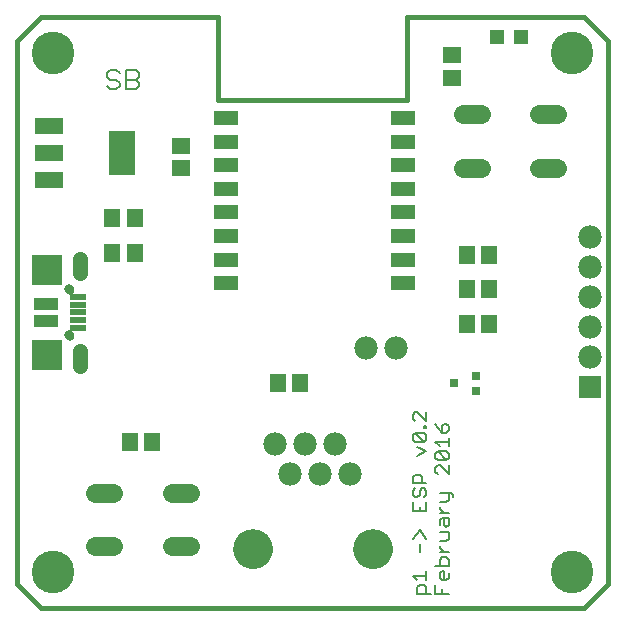
<source format=gts>
G75*
%MOIN*%
%OFA0B0*%
%FSLAX25Y25*%
%IPPOS*%
%LPD*%
%AMOC8*
5,1,8,0,0,1.08239X$1,22.5*
%
%ADD10C,0.01600*%
%ADD11C,0.00600*%
%ADD12R,0.05518X0.06306*%
%ADD13R,0.05124X0.05124*%
%ADD14C,0.07800*%
%ADD15C,0.00000*%
%ADD16C,0.13200*%
%ADD17R,0.06306X0.05518*%
%ADD18C,0.06400*%
%ADD19C,0.14243*%
%ADD20R,0.09200X0.05200*%
%ADD21R,0.09061X0.14573*%
%ADD22R,0.08274X0.05124*%
%ADD23R,0.05709X0.01969*%
%ADD24R,0.08274X0.04337*%
%ADD25C,0.05156*%
%ADD26R,0.10243X0.10243*%
%ADD27C,0.03156*%
%ADD28R,0.07800X0.07800*%
%ADD29R,0.03156X0.03156*%
D10*
X0011093Y0013715D02*
X0192195Y0013715D01*
X0200069Y0021589D01*
X0200069Y0202691D01*
X0192195Y0210565D01*
X0133140Y0210565D01*
X0133140Y0183006D01*
X0070148Y0183006D01*
X0070148Y0210565D01*
X0011093Y0210565D01*
X0003219Y0202691D01*
X0003219Y0021589D01*
X0011093Y0013715D01*
D11*
X0135109Y0024418D02*
X0136577Y0022950D01*
X0137311Y0021282D02*
X0136577Y0020548D01*
X0136577Y0018346D01*
X0140981Y0018346D01*
X0139513Y0018346D02*
X0139513Y0020548D01*
X0138779Y0021282D01*
X0137311Y0021282D01*
X0139513Y0022950D02*
X0139513Y0025885D01*
X0139513Y0024418D02*
X0135109Y0024418D01*
X0142609Y0027554D02*
X0147013Y0027554D01*
X0147013Y0029755D01*
X0146279Y0030489D01*
X0144811Y0030489D01*
X0144077Y0029755D01*
X0144077Y0027554D01*
X0144811Y0025885D02*
X0145545Y0025885D01*
X0145545Y0022950D01*
X0146279Y0022950D02*
X0144811Y0022950D01*
X0144077Y0023684D01*
X0144077Y0025151D01*
X0144811Y0025885D01*
X0147013Y0025151D02*
X0147013Y0023684D01*
X0146279Y0022950D01*
X0144811Y0019814D02*
X0144811Y0018346D01*
X0142609Y0018346D02*
X0142609Y0021282D01*
X0142609Y0018346D02*
X0147013Y0018346D01*
X0147013Y0032157D02*
X0144077Y0032157D01*
X0145545Y0032157D02*
X0144077Y0033625D01*
X0144077Y0034359D01*
X0144077Y0035994D02*
X0146279Y0035994D01*
X0147013Y0036728D01*
X0147013Y0038930D01*
X0144077Y0038930D01*
X0144077Y0041332D02*
X0144077Y0042800D01*
X0144811Y0043534D01*
X0147013Y0043534D01*
X0147013Y0041332D01*
X0146279Y0040598D01*
X0145545Y0041332D01*
X0145545Y0043534D01*
X0145545Y0045202D02*
X0144077Y0046670D01*
X0144077Y0047404D01*
X0144077Y0049038D02*
X0146279Y0049038D01*
X0147013Y0049772D01*
X0147013Y0051974D01*
X0147747Y0051974D02*
X0144077Y0051974D01*
X0147747Y0051974D02*
X0148481Y0051240D01*
X0148481Y0050506D01*
X0147013Y0045202D02*
X0144077Y0045202D01*
X0139513Y0045969D02*
X0139513Y0048905D01*
X0138779Y0050573D02*
X0139513Y0051307D01*
X0139513Y0052775D01*
X0138779Y0053509D01*
X0138045Y0053509D01*
X0137311Y0052775D01*
X0137311Y0051307D01*
X0136577Y0050573D01*
X0135843Y0050573D01*
X0135109Y0051307D01*
X0135109Y0052775D01*
X0135843Y0053509D01*
X0135109Y0055177D02*
X0135109Y0057379D01*
X0135843Y0058113D01*
X0137311Y0058113D01*
X0138045Y0057379D01*
X0138045Y0055177D01*
X0139513Y0055177D02*
X0135109Y0055177D01*
X0135109Y0048905D02*
X0135109Y0045969D01*
X0139513Y0045969D01*
X0137311Y0045969D02*
X0137311Y0047437D01*
X0137311Y0039697D02*
X0139513Y0036761D01*
X0137311Y0035093D02*
X0137311Y0032157D01*
X0135109Y0036761D02*
X0137311Y0039697D01*
X0143343Y0058246D02*
X0142609Y0058980D01*
X0142609Y0060448D01*
X0143343Y0061182D01*
X0144077Y0061182D01*
X0147013Y0058246D01*
X0147013Y0061182D01*
X0146279Y0062850D02*
X0143343Y0062850D01*
X0142609Y0063584D01*
X0142609Y0065052D01*
X0143343Y0065786D01*
X0146279Y0062850D01*
X0147013Y0063584D01*
X0147013Y0065052D01*
X0146279Y0065786D01*
X0143343Y0065786D01*
X0144077Y0067454D02*
X0142609Y0068922D01*
X0147013Y0068922D01*
X0147013Y0067454D02*
X0147013Y0070390D01*
X0146279Y0072058D02*
X0147013Y0072792D01*
X0147013Y0074260D01*
X0146279Y0074994D01*
X0145545Y0074994D01*
X0144811Y0074260D01*
X0144811Y0072058D01*
X0146279Y0072058D01*
X0144811Y0072058D02*
X0143343Y0073526D01*
X0142609Y0074994D01*
X0139513Y0074327D02*
X0139513Y0073593D01*
X0138779Y0073593D01*
X0138779Y0074327D01*
X0139513Y0074327D01*
X0139513Y0075895D02*
X0136577Y0078831D01*
X0135843Y0078831D01*
X0135109Y0078097D01*
X0135109Y0076629D01*
X0135843Y0075895D01*
X0139513Y0075895D02*
X0139513Y0078831D01*
X0138779Y0071925D02*
X0135843Y0071925D01*
X0138779Y0068989D01*
X0139513Y0069723D01*
X0139513Y0071191D01*
X0138779Y0071925D01*
X0135843Y0071925D02*
X0135109Y0071191D01*
X0135109Y0069723D01*
X0135843Y0068989D01*
X0138779Y0068989D01*
X0136577Y0067321D02*
X0139513Y0065853D01*
X0136577Y0064385D01*
X0042694Y0186456D02*
X0039492Y0186456D01*
X0039492Y0192861D01*
X0042694Y0192861D01*
X0043762Y0191794D01*
X0043762Y0190726D01*
X0042694Y0189659D01*
X0039492Y0189659D01*
X0037316Y0188591D02*
X0037316Y0187523D01*
X0036249Y0186456D01*
X0034114Y0186456D01*
X0033046Y0187523D01*
X0034114Y0189659D02*
X0036249Y0189659D01*
X0037316Y0188591D01*
X0037316Y0191794D02*
X0036249Y0192861D01*
X0034114Y0192861D01*
X0033046Y0191794D01*
X0033046Y0190726D01*
X0034114Y0189659D01*
X0042694Y0189659D02*
X0043762Y0188591D01*
X0043762Y0187523D01*
X0042694Y0186456D01*
D12*
X0042392Y0143636D03*
X0034911Y0143636D03*
X0034911Y0131825D03*
X0042392Y0131825D03*
X0090030Y0088518D03*
X0097510Y0088518D03*
X0048258Y0068794D03*
X0040778Y0068794D03*
X0153022Y0108203D03*
X0160502Y0108203D03*
X0160502Y0120014D03*
X0153022Y0120014D03*
X0153022Y0131431D03*
X0160502Y0131431D03*
D13*
X0162982Y0204109D03*
X0171250Y0204109D03*
D14*
X0194163Y0137140D03*
X0194163Y0127140D03*
X0194163Y0117140D03*
X0194163Y0107140D03*
X0194163Y0097140D03*
X0129360Y0100329D03*
X0119360Y0100329D03*
X0109144Y0068400D03*
X0099144Y0068400D03*
X0089144Y0068400D03*
X0094144Y0058400D03*
X0104144Y0058400D03*
X0114144Y0058400D03*
D15*
X0115244Y0033400D02*
X0115246Y0033560D01*
X0115252Y0033719D01*
X0115262Y0033878D01*
X0115276Y0034037D01*
X0115294Y0034196D01*
X0115315Y0034354D01*
X0115341Y0034511D01*
X0115371Y0034668D01*
X0115404Y0034824D01*
X0115442Y0034979D01*
X0115483Y0035133D01*
X0115528Y0035286D01*
X0115577Y0035438D01*
X0115630Y0035589D01*
X0115686Y0035738D01*
X0115747Y0035886D01*
X0115810Y0036032D01*
X0115878Y0036177D01*
X0115949Y0036320D01*
X0116023Y0036461D01*
X0116101Y0036600D01*
X0116183Y0036737D01*
X0116268Y0036872D01*
X0116356Y0037005D01*
X0116448Y0037136D01*
X0116542Y0037264D01*
X0116640Y0037390D01*
X0116741Y0037514D01*
X0116845Y0037635D01*
X0116952Y0037753D01*
X0117062Y0037869D01*
X0117175Y0037982D01*
X0117291Y0038092D01*
X0117409Y0038199D01*
X0117530Y0038303D01*
X0117654Y0038404D01*
X0117780Y0038502D01*
X0117908Y0038596D01*
X0118039Y0038688D01*
X0118172Y0038776D01*
X0118307Y0038861D01*
X0118444Y0038943D01*
X0118583Y0039021D01*
X0118724Y0039095D01*
X0118867Y0039166D01*
X0119012Y0039234D01*
X0119158Y0039297D01*
X0119306Y0039358D01*
X0119455Y0039414D01*
X0119606Y0039467D01*
X0119758Y0039516D01*
X0119911Y0039561D01*
X0120065Y0039602D01*
X0120220Y0039640D01*
X0120376Y0039673D01*
X0120533Y0039703D01*
X0120690Y0039729D01*
X0120848Y0039750D01*
X0121007Y0039768D01*
X0121166Y0039782D01*
X0121325Y0039792D01*
X0121484Y0039798D01*
X0121644Y0039800D01*
X0121804Y0039798D01*
X0121963Y0039792D01*
X0122122Y0039782D01*
X0122281Y0039768D01*
X0122440Y0039750D01*
X0122598Y0039729D01*
X0122755Y0039703D01*
X0122912Y0039673D01*
X0123068Y0039640D01*
X0123223Y0039602D01*
X0123377Y0039561D01*
X0123530Y0039516D01*
X0123682Y0039467D01*
X0123833Y0039414D01*
X0123982Y0039358D01*
X0124130Y0039297D01*
X0124276Y0039234D01*
X0124421Y0039166D01*
X0124564Y0039095D01*
X0124705Y0039021D01*
X0124844Y0038943D01*
X0124981Y0038861D01*
X0125116Y0038776D01*
X0125249Y0038688D01*
X0125380Y0038596D01*
X0125508Y0038502D01*
X0125634Y0038404D01*
X0125758Y0038303D01*
X0125879Y0038199D01*
X0125997Y0038092D01*
X0126113Y0037982D01*
X0126226Y0037869D01*
X0126336Y0037753D01*
X0126443Y0037635D01*
X0126547Y0037514D01*
X0126648Y0037390D01*
X0126746Y0037264D01*
X0126840Y0037136D01*
X0126932Y0037005D01*
X0127020Y0036872D01*
X0127105Y0036737D01*
X0127187Y0036600D01*
X0127265Y0036461D01*
X0127339Y0036320D01*
X0127410Y0036177D01*
X0127478Y0036032D01*
X0127541Y0035886D01*
X0127602Y0035738D01*
X0127658Y0035589D01*
X0127711Y0035438D01*
X0127760Y0035286D01*
X0127805Y0035133D01*
X0127846Y0034979D01*
X0127884Y0034824D01*
X0127917Y0034668D01*
X0127947Y0034511D01*
X0127973Y0034354D01*
X0127994Y0034196D01*
X0128012Y0034037D01*
X0128026Y0033878D01*
X0128036Y0033719D01*
X0128042Y0033560D01*
X0128044Y0033400D01*
X0128042Y0033240D01*
X0128036Y0033081D01*
X0128026Y0032922D01*
X0128012Y0032763D01*
X0127994Y0032604D01*
X0127973Y0032446D01*
X0127947Y0032289D01*
X0127917Y0032132D01*
X0127884Y0031976D01*
X0127846Y0031821D01*
X0127805Y0031667D01*
X0127760Y0031514D01*
X0127711Y0031362D01*
X0127658Y0031211D01*
X0127602Y0031062D01*
X0127541Y0030914D01*
X0127478Y0030768D01*
X0127410Y0030623D01*
X0127339Y0030480D01*
X0127265Y0030339D01*
X0127187Y0030200D01*
X0127105Y0030063D01*
X0127020Y0029928D01*
X0126932Y0029795D01*
X0126840Y0029664D01*
X0126746Y0029536D01*
X0126648Y0029410D01*
X0126547Y0029286D01*
X0126443Y0029165D01*
X0126336Y0029047D01*
X0126226Y0028931D01*
X0126113Y0028818D01*
X0125997Y0028708D01*
X0125879Y0028601D01*
X0125758Y0028497D01*
X0125634Y0028396D01*
X0125508Y0028298D01*
X0125380Y0028204D01*
X0125249Y0028112D01*
X0125116Y0028024D01*
X0124981Y0027939D01*
X0124844Y0027857D01*
X0124705Y0027779D01*
X0124564Y0027705D01*
X0124421Y0027634D01*
X0124276Y0027566D01*
X0124130Y0027503D01*
X0123982Y0027442D01*
X0123833Y0027386D01*
X0123682Y0027333D01*
X0123530Y0027284D01*
X0123377Y0027239D01*
X0123223Y0027198D01*
X0123068Y0027160D01*
X0122912Y0027127D01*
X0122755Y0027097D01*
X0122598Y0027071D01*
X0122440Y0027050D01*
X0122281Y0027032D01*
X0122122Y0027018D01*
X0121963Y0027008D01*
X0121804Y0027002D01*
X0121644Y0027000D01*
X0121484Y0027002D01*
X0121325Y0027008D01*
X0121166Y0027018D01*
X0121007Y0027032D01*
X0120848Y0027050D01*
X0120690Y0027071D01*
X0120533Y0027097D01*
X0120376Y0027127D01*
X0120220Y0027160D01*
X0120065Y0027198D01*
X0119911Y0027239D01*
X0119758Y0027284D01*
X0119606Y0027333D01*
X0119455Y0027386D01*
X0119306Y0027442D01*
X0119158Y0027503D01*
X0119012Y0027566D01*
X0118867Y0027634D01*
X0118724Y0027705D01*
X0118583Y0027779D01*
X0118444Y0027857D01*
X0118307Y0027939D01*
X0118172Y0028024D01*
X0118039Y0028112D01*
X0117908Y0028204D01*
X0117780Y0028298D01*
X0117654Y0028396D01*
X0117530Y0028497D01*
X0117409Y0028601D01*
X0117291Y0028708D01*
X0117175Y0028818D01*
X0117062Y0028931D01*
X0116952Y0029047D01*
X0116845Y0029165D01*
X0116741Y0029286D01*
X0116640Y0029410D01*
X0116542Y0029536D01*
X0116448Y0029664D01*
X0116356Y0029795D01*
X0116268Y0029928D01*
X0116183Y0030063D01*
X0116101Y0030200D01*
X0116023Y0030339D01*
X0115949Y0030480D01*
X0115878Y0030623D01*
X0115810Y0030768D01*
X0115747Y0030914D01*
X0115686Y0031062D01*
X0115630Y0031211D01*
X0115577Y0031362D01*
X0115528Y0031514D01*
X0115483Y0031667D01*
X0115442Y0031821D01*
X0115404Y0031976D01*
X0115371Y0032132D01*
X0115341Y0032289D01*
X0115315Y0032446D01*
X0115294Y0032604D01*
X0115276Y0032763D01*
X0115262Y0032922D01*
X0115252Y0033081D01*
X0115246Y0033240D01*
X0115244Y0033400D01*
X0075244Y0033400D02*
X0075246Y0033560D01*
X0075252Y0033719D01*
X0075262Y0033878D01*
X0075276Y0034037D01*
X0075294Y0034196D01*
X0075315Y0034354D01*
X0075341Y0034511D01*
X0075371Y0034668D01*
X0075404Y0034824D01*
X0075442Y0034979D01*
X0075483Y0035133D01*
X0075528Y0035286D01*
X0075577Y0035438D01*
X0075630Y0035589D01*
X0075686Y0035738D01*
X0075747Y0035886D01*
X0075810Y0036032D01*
X0075878Y0036177D01*
X0075949Y0036320D01*
X0076023Y0036461D01*
X0076101Y0036600D01*
X0076183Y0036737D01*
X0076268Y0036872D01*
X0076356Y0037005D01*
X0076448Y0037136D01*
X0076542Y0037264D01*
X0076640Y0037390D01*
X0076741Y0037514D01*
X0076845Y0037635D01*
X0076952Y0037753D01*
X0077062Y0037869D01*
X0077175Y0037982D01*
X0077291Y0038092D01*
X0077409Y0038199D01*
X0077530Y0038303D01*
X0077654Y0038404D01*
X0077780Y0038502D01*
X0077908Y0038596D01*
X0078039Y0038688D01*
X0078172Y0038776D01*
X0078307Y0038861D01*
X0078444Y0038943D01*
X0078583Y0039021D01*
X0078724Y0039095D01*
X0078867Y0039166D01*
X0079012Y0039234D01*
X0079158Y0039297D01*
X0079306Y0039358D01*
X0079455Y0039414D01*
X0079606Y0039467D01*
X0079758Y0039516D01*
X0079911Y0039561D01*
X0080065Y0039602D01*
X0080220Y0039640D01*
X0080376Y0039673D01*
X0080533Y0039703D01*
X0080690Y0039729D01*
X0080848Y0039750D01*
X0081007Y0039768D01*
X0081166Y0039782D01*
X0081325Y0039792D01*
X0081484Y0039798D01*
X0081644Y0039800D01*
X0081804Y0039798D01*
X0081963Y0039792D01*
X0082122Y0039782D01*
X0082281Y0039768D01*
X0082440Y0039750D01*
X0082598Y0039729D01*
X0082755Y0039703D01*
X0082912Y0039673D01*
X0083068Y0039640D01*
X0083223Y0039602D01*
X0083377Y0039561D01*
X0083530Y0039516D01*
X0083682Y0039467D01*
X0083833Y0039414D01*
X0083982Y0039358D01*
X0084130Y0039297D01*
X0084276Y0039234D01*
X0084421Y0039166D01*
X0084564Y0039095D01*
X0084705Y0039021D01*
X0084844Y0038943D01*
X0084981Y0038861D01*
X0085116Y0038776D01*
X0085249Y0038688D01*
X0085380Y0038596D01*
X0085508Y0038502D01*
X0085634Y0038404D01*
X0085758Y0038303D01*
X0085879Y0038199D01*
X0085997Y0038092D01*
X0086113Y0037982D01*
X0086226Y0037869D01*
X0086336Y0037753D01*
X0086443Y0037635D01*
X0086547Y0037514D01*
X0086648Y0037390D01*
X0086746Y0037264D01*
X0086840Y0037136D01*
X0086932Y0037005D01*
X0087020Y0036872D01*
X0087105Y0036737D01*
X0087187Y0036600D01*
X0087265Y0036461D01*
X0087339Y0036320D01*
X0087410Y0036177D01*
X0087478Y0036032D01*
X0087541Y0035886D01*
X0087602Y0035738D01*
X0087658Y0035589D01*
X0087711Y0035438D01*
X0087760Y0035286D01*
X0087805Y0035133D01*
X0087846Y0034979D01*
X0087884Y0034824D01*
X0087917Y0034668D01*
X0087947Y0034511D01*
X0087973Y0034354D01*
X0087994Y0034196D01*
X0088012Y0034037D01*
X0088026Y0033878D01*
X0088036Y0033719D01*
X0088042Y0033560D01*
X0088044Y0033400D01*
X0088042Y0033240D01*
X0088036Y0033081D01*
X0088026Y0032922D01*
X0088012Y0032763D01*
X0087994Y0032604D01*
X0087973Y0032446D01*
X0087947Y0032289D01*
X0087917Y0032132D01*
X0087884Y0031976D01*
X0087846Y0031821D01*
X0087805Y0031667D01*
X0087760Y0031514D01*
X0087711Y0031362D01*
X0087658Y0031211D01*
X0087602Y0031062D01*
X0087541Y0030914D01*
X0087478Y0030768D01*
X0087410Y0030623D01*
X0087339Y0030480D01*
X0087265Y0030339D01*
X0087187Y0030200D01*
X0087105Y0030063D01*
X0087020Y0029928D01*
X0086932Y0029795D01*
X0086840Y0029664D01*
X0086746Y0029536D01*
X0086648Y0029410D01*
X0086547Y0029286D01*
X0086443Y0029165D01*
X0086336Y0029047D01*
X0086226Y0028931D01*
X0086113Y0028818D01*
X0085997Y0028708D01*
X0085879Y0028601D01*
X0085758Y0028497D01*
X0085634Y0028396D01*
X0085508Y0028298D01*
X0085380Y0028204D01*
X0085249Y0028112D01*
X0085116Y0028024D01*
X0084981Y0027939D01*
X0084844Y0027857D01*
X0084705Y0027779D01*
X0084564Y0027705D01*
X0084421Y0027634D01*
X0084276Y0027566D01*
X0084130Y0027503D01*
X0083982Y0027442D01*
X0083833Y0027386D01*
X0083682Y0027333D01*
X0083530Y0027284D01*
X0083377Y0027239D01*
X0083223Y0027198D01*
X0083068Y0027160D01*
X0082912Y0027127D01*
X0082755Y0027097D01*
X0082598Y0027071D01*
X0082440Y0027050D01*
X0082281Y0027032D01*
X0082122Y0027018D01*
X0081963Y0027008D01*
X0081804Y0027002D01*
X0081644Y0027000D01*
X0081484Y0027002D01*
X0081325Y0027008D01*
X0081166Y0027018D01*
X0081007Y0027032D01*
X0080848Y0027050D01*
X0080690Y0027071D01*
X0080533Y0027097D01*
X0080376Y0027127D01*
X0080220Y0027160D01*
X0080065Y0027198D01*
X0079911Y0027239D01*
X0079758Y0027284D01*
X0079606Y0027333D01*
X0079455Y0027386D01*
X0079306Y0027442D01*
X0079158Y0027503D01*
X0079012Y0027566D01*
X0078867Y0027634D01*
X0078724Y0027705D01*
X0078583Y0027779D01*
X0078444Y0027857D01*
X0078307Y0027939D01*
X0078172Y0028024D01*
X0078039Y0028112D01*
X0077908Y0028204D01*
X0077780Y0028298D01*
X0077654Y0028396D01*
X0077530Y0028497D01*
X0077409Y0028601D01*
X0077291Y0028708D01*
X0077175Y0028818D01*
X0077062Y0028931D01*
X0076952Y0029047D01*
X0076845Y0029165D01*
X0076741Y0029286D01*
X0076640Y0029410D01*
X0076542Y0029536D01*
X0076448Y0029664D01*
X0076356Y0029795D01*
X0076268Y0029928D01*
X0076183Y0030063D01*
X0076101Y0030200D01*
X0076023Y0030339D01*
X0075949Y0030480D01*
X0075878Y0030623D01*
X0075810Y0030768D01*
X0075747Y0030914D01*
X0075686Y0031062D01*
X0075630Y0031211D01*
X0075577Y0031362D01*
X0075528Y0031514D01*
X0075483Y0031667D01*
X0075442Y0031821D01*
X0075404Y0031976D01*
X0075371Y0032132D01*
X0075341Y0032289D01*
X0075315Y0032446D01*
X0075294Y0032604D01*
X0075276Y0032763D01*
X0075262Y0032922D01*
X0075252Y0033081D01*
X0075246Y0033240D01*
X0075244Y0033400D01*
X0014242Y0096786D02*
X0011880Y0096786D01*
X0011814Y0096794D01*
X0011750Y0096806D01*
X0011686Y0096822D01*
X0011623Y0096841D01*
X0011562Y0096865D01*
X0011502Y0096892D01*
X0011444Y0096922D01*
X0011388Y0096956D01*
X0011334Y0096993D01*
X0011282Y0097034D01*
X0011233Y0097078D01*
X0011186Y0097124D01*
X0011143Y0097173D01*
X0011102Y0097225D01*
X0011065Y0097279D01*
X0011031Y0097335D01*
X0011001Y0097393D01*
X0010974Y0097453D01*
X0010950Y0097514D01*
X0010931Y0097577D01*
X0010915Y0097641D01*
X0010903Y0097705D01*
X0010895Y0097771D01*
X0010891Y0097836D01*
X0010891Y0097902D01*
X0010895Y0097967D01*
X0010891Y0098032D01*
X0010891Y0098098D01*
X0010895Y0098163D01*
X0010903Y0098229D01*
X0010915Y0098293D01*
X0010931Y0098357D01*
X0010950Y0098420D01*
X0010974Y0098481D01*
X0011001Y0098541D01*
X0011031Y0098599D01*
X0011065Y0098655D01*
X0011102Y0098709D01*
X0011143Y0098761D01*
X0011186Y0098810D01*
X0011233Y0098856D01*
X0011282Y0098900D01*
X0011334Y0098941D01*
X0011388Y0098978D01*
X0011444Y0099012D01*
X0011502Y0099042D01*
X0011562Y0099069D01*
X0011623Y0099093D01*
X0011686Y0099112D01*
X0011750Y0099128D01*
X0011814Y0099140D01*
X0011880Y0099148D01*
X0014242Y0099148D01*
X0014305Y0099140D01*
X0014367Y0099129D01*
X0014429Y0099114D01*
X0014489Y0099096D01*
X0014549Y0099074D01*
X0014607Y0099049D01*
X0014663Y0099020D01*
X0014718Y0098988D01*
X0014770Y0098953D01*
X0014821Y0098915D01*
X0014869Y0098875D01*
X0014915Y0098831D01*
X0014958Y0098785D01*
X0014999Y0098736D01*
X0015037Y0098685D01*
X0015071Y0098633D01*
X0015103Y0098578D01*
X0015131Y0098521D01*
X0015156Y0098463D01*
X0015177Y0098403D01*
X0015195Y0098343D01*
X0015209Y0098281D01*
X0015220Y0098219D01*
X0015227Y0098156D01*
X0015231Y0098093D01*
X0015230Y0098030D01*
X0015227Y0097967D01*
X0015230Y0097904D01*
X0015231Y0097841D01*
X0015227Y0097778D01*
X0015220Y0097715D01*
X0015209Y0097653D01*
X0015195Y0097591D01*
X0015177Y0097531D01*
X0015156Y0097471D01*
X0015131Y0097413D01*
X0015103Y0097356D01*
X0015071Y0097301D01*
X0015037Y0097249D01*
X0014999Y0097198D01*
X0014958Y0097149D01*
X0014915Y0097103D01*
X0014869Y0097059D01*
X0014821Y0097019D01*
X0014770Y0096981D01*
X0014718Y0096946D01*
X0014663Y0096914D01*
X0014607Y0096885D01*
X0014549Y0096860D01*
X0014489Y0096838D01*
X0014429Y0096820D01*
X0014367Y0096805D01*
X0014305Y0096794D01*
X0014242Y0096786D01*
X0019163Y0104463D02*
X0019165Y0104537D01*
X0019171Y0104611D01*
X0019181Y0104684D01*
X0019195Y0104757D01*
X0019212Y0104829D01*
X0019234Y0104899D01*
X0019259Y0104969D01*
X0019288Y0105037D01*
X0019321Y0105103D01*
X0019357Y0105168D01*
X0019397Y0105230D01*
X0019439Y0105291D01*
X0019485Y0105349D01*
X0019534Y0105404D01*
X0019586Y0105457D01*
X0019641Y0105507D01*
X0019698Y0105553D01*
X0019758Y0105597D01*
X0019820Y0105637D01*
X0019884Y0105674D01*
X0019950Y0105708D01*
X0020018Y0105738D01*
X0020087Y0105764D01*
X0020158Y0105787D01*
X0020229Y0105805D01*
X0020302Y0105820D01*
X0020375Y0105831D01*
X0020449Y0105838D01*
X0020523Y0105841D01*
X0020596Y0105840D01*
X0020670Y0105835D01*
X0020744Y0105826D01*
X0020817Y0105813D01*
X0020889Y0105796D01*
X0020960Y0105776D01*
X0021030Y0105751D01*
X0021098Y0105723D01*
X0021165Y0105692D01*
X0021230Y0105656D01*
X0021293Y0105618D01*
X0021354Y0105576D01*
X0021413Y0105530D01*
X0021469Y0105482D01*
X0021522Y0105431D01*
X0021572Y0105377D01*
X0021620Y0105320D01*
X0021664Y0105261D01*
X0021706Y0105199D01*
X0021744Y0105136D01*
X0021778Y0105070D01*
X0021809Y0105003D01*
X0021836Y0104934D01*
X0021859Y0104864D01*
X0021879Y0104793D01*
X0021895Y0104720D01*
X0021907Y0104647D01*
X0021915Y0104574D01*
X0021919Y0104500D01*
X0021919Y0104426D01*
X0021915Y0104352D01*
X0021907Y0104279D01*
X0021895Y0104206D01*
X0021879Y0104133D01*
X0021859Y0104062D01*
X0021836Y0103992D01*
X0021809Y0103923D01*
X0021778Y0103856D01*
X0021744Y0103790D01*
X0021706Y0103727D01*
X0021664Y0103665D01*
X0021620Y0103606D01*
X0021572Y0103549D01*
X0021522Y0103495D01*
X0021469Y0103444D01*
X0021413Y0103396D01*
X0021354Y0103350D01*
X0021293Y0103308D01*
X0021230Y0103270D01*
X0021165Y0103234D01*
X0021098Y0103203D01*
X0021030Y0103175D01*
X0020960Y0103150D01*
X0020889Y0103130D01*
X0020817Y0103113D01*
X0020744Y0103100D01*
X0020670Y0103091D01*
X0020596Y0103086D01*
X0020523Y0103085D01*
X0020449Y0103088D01*
X0020375Y0103095D01*
X0020302Y0103106D01*
X0020229Y0103121D01*
X0020158Y0103139D01*
X0020087Y0103162D01*
X0020018Y0103188D01*
X0019950Y0103218D01*
X0019884Y0103252D01*
X0019820Y0103289D01*
X0019758Y0103329D01*
X0019698Y0103373D01*
X0019641Y0103419D01*
X0019586Y0103469D01*
X0019534Y0103522D01*
X0019485Y0103577D01*
X0019439Y0103635D01*
X0019397Y0103696D01*
X0019357Y0103758D01*
X0019321Y0103823D01*
X0019288Y0103889D01*
X0019259Y0103957D01*
X0019234Y0104027D01*
X0019212Y0104097D01*
X0019195Y0104169D01*
X0019181Y0104242D01*
X0019171Y0104315D01*
X0019165Y0104389D01*
X0019163Y0104463D01*
X0019163Y0119817D02*
X0019165Y0119891D01*
X0019171Y0119965D01*
X0019181Y0120038D01*
X0019195Y0120111D01*
X0019212Y0120183D01*
X0019234Y0120253D01*
X0019259Y0120323D01*
X0019288Y0120391D01*
X0019321Y0120457D01*
X0019357Y0120522D01*
X0019397Y0120584D01*
X0019439Y0120645D01*
X0019485Y0120703D01*
X0019534Y0120758D01*
X0019586Y0120811D01*
X0019641Y0120861D01*
X0019698Y0120907D01*
X0019758Y0120951D01*
X0019820Y0120991D01*
X0019884Y0121028D01*
X0019950Y0121062D01*
X0020018Y0121092D01*
X0020087Y0121118D01*
X0020158Y0121141D01*
X0020229Y0121159D01*
X0020302Y0121174D01*
X0020375Y0121185D01*
X0020449Y0121192D01*
X0020523Y0121195D01*
X0020596Y0121194D01*
X0020670Y0121189D01*
X0020744Y0121180D01*
X0020817Y0121167D01*
X0020889Y0121150D01*
X0020960Y0121130D01*
X0021030Y0121105D01*
X0021098Y0121077D01*
X0021165Y0121046D01*
X0021230Y0121010D01*
X0021293Y0120972D01*
X0021354Y0120930D01*
X0021413Y0120884D01*
X0021469Y0120836D01*
X0021522Y0120785D01*
X0021572Y0120731D01*
X0021620Y0120674D01*
X0021664Y0120615D01*
X0021706Y0120553D01*
X0021744Y0120490D01*
X0021778Y0120424D01*
X0021809Y0120357D01*
X0021836Y0120288D01*
X0021859Y0120218D01*
X0021879Y0120147D01*
X0021895Y0120074D01*
X0021907Y0120001D01*
X0021915Y0119928D01*
X0021919Y0119854D01*
X0021919Y0119780D01*
X0021915Y0119706D01*
X0021907Y0119633D01*
X0021895Y0119560D01*
X0021879Y0119487D01*
X0021859Y0119416D01*
X0021836Y0119346D01*
X0021809Y0119277D01*
X0021778Y0119210D01*
X0021744Y0119144D01*
X0021706Y0119081D01*
X0021664Y0119019D01*
X0021620Y0118960D01*
X0021572Y0118903D01*
X0021522Y0118849D01*
X0021469Y0118798D01*
X0021413Y0118750D01*
X0021354Y0118704D01*
X0021293Y0118662D01*
X0021230Y0118624D01*
X0021165Y0118588D01*
X0021098Y0118557D01*
X0021030Y0118529D01*
X0020960Y0118504D01*
X0020889Y0118484D01*
X0020817Y0118467D01*
X0020744Y0118454D01*
X0020670Y0118445D01*
X0020596Y0118440D01*
X0020523Y0118439D01*
X0020449Y0118442D01*
X0020375Y0118449D01*
X0020302Y0118460D01*
X0020229Y0118475D01*
X0020158Y0118493D01*
X0020087Y0118516D01*
X0020018Y0118542D01*
X0019950Y0118572D01*
X0019884Y0118606D01*
X0019820Y0118643D01*
X0019758Y0118683D01*
X0019698Y0118727D01*
X0019641Y0118773D01*
X0019586Y0118823D01*
X0019534Y0118876D01*
X0019485Y0118931D01*
X0019439Y0118989D01*
X0019397Y0119050D01*
X0019357Y0119112D01*
X0019321Y0119177D01*
X0019288Y0119243D01*
X0019259Y0119311D01*
X0019234Y0119381D01*
X0019212Y0119451D01*
X0019195Y0119523D01*
X0019181Y0119596D01*
X0019171Y0119669D01*
X0019165Y0119743D01*
X0019163Y0119817D01*
X0014242Y0125132D02*
X0011880Y0125132D01*
X0011814Y0125140D01*
X0011750Y0125152D01*
X0011686Y0125168D01*
X0011623Y0125187D01*
X0011562Y0125211D01*
X0011502Y0125238D01*
X0011444Y0125268D01*
X0011388Y0125302D01*
X0011334Y0125339D01*
X0011282Y0125380D01*
X0011233Y0125424D01*
X0011186Y0125470D01*
X0011143Y0125519D01*
X0011102Y0125571D01*
X0011065Y0125625D01*
X0011031Y0125681D01*
X0011001Y0125739D01*
X0010974Y0125799D01*
X0010950Y0125860D01*
X0010931Y0125923D01*
X0010915Y0125987D01*
X0010903Y0126051D01*
X0010895Y0126117D01*
X0010891Y0126182D01*
X0010891Y0126248D01*
X0010895Y0126313D01*
X0010895Y0126314D02*
X0010891Y0126379D01*
X0010891Y0126445D01*
X0010895Y0126510D01*
X0010903Y0126576D01*
X0010915Y0126640D01*
X0010931Y0126704D01*
X0010950Y0126767D01*
X0010974Y0126828D01*
X0011001Y0126888D01*
X0011031Y0126946D01*
X0011065Y0127002D01*
X0011102Y0127056D01*
X0011143Y0127108D01*
X0011186Y0127157D01*
X0011233Y0127203D01*
X0011282Y0127247D01*
X0011334Y0127288D01*
X0011388Y0127325D01*
X0011444Y0127359D01*
X0011502Y0127389D01*
X0011562Y0127416D01*
X0011623Y0127440D01*
X0011686Y0127459D01*
X0011750Y0127475D01*
X0011814Y0127487D01*
X0011880Y0127495D01*
X0011880Y0127494D02*
X0014242Y0127494D01*
X0014242Y0127495D02*
X0014305Y0127487D01*
X0014367Y0127476D01*
X0014429Y0127461D01*
X0014489Y0127443D01*
X0014549Y0127421D01*
X0014607Y0127396D01*
X0014663Y0127367D01*
X0014718Y0127335D01*
X0014770Y0127300D01*
X0014821Y0127262D01*
X0014869Y0127222D01*
X0014915Y0127178D01*
X0014958Y0127132D01*
X0014999Y0127083D01*
X0015037Y0127032D01*
X0015071Y0126980D01*
X0015103Y0126925D01*
X0015131Y0126868D01*
X0015156Y0126810D01*
X0015177Y0126750D01*
X0015195Y0126690D01*
X0015209Y0126628D01*
X0015220Y0126566D01*
X0015227Y0126503D01*
X0015231Y0126440D01*
X0015230Y0126377D01*
X0015227Y0126314D01*
X0015227Y0126313D02*
X0015230Y0126250D01*
X0015231Y0126187D01*
X0015227Y0126124D01*
X0015220Y0126061D01*
X0015209Y0125999D01*
X0015195Y0125937D01*
X0015177Y0125877D01*
X0015156Y0125817D01*
X0015131Y0125759D01*
X0015103Y0125702D01*
X0015071Y0125647D01*
X0015037Y0125595D01*
X0014999Y0125544D01*
X0014958Y0125495D01*
X0014915Y0125449D01*
X0014869Y0125405D01*
X0014821Y0125365D01*
X0014770Y0125327D01*
X0014718Y0125292D01*
X0014663Y0125260D01*
X0014607Y0125231D01*
X0014549Y0125206D01*
X0014489Y0125184D01*
X0014429Y0125166D01*
X0014367Y0125151D01*
X0014305Y0125140D01*
X0014242Y0125132D01*
D16*
X0081644Y0033400D03*
X0121644Y0033400D03*
D17*
X0057628Y0160250D03*
X0057628Y0167731D03*
X0148179Y0190369D03*
X0148179Y0197849D03*
D18*
X0151670Y0178206D02*
X0157670Y0178206D01*
X0157670Y0160406D02*
X0151670Y0160406D01*
X0177270Y0160406D02*
X0183270Y0160406D01*
X0183270Y0178206D02*
X0177270Y0178206D01*
X0060869Y0052064D02*
X0054869Y0052064D01*
X0054869Y0034264D02*
X0060869Y0034264D01*
X0035269Y0034264D02*
X0029269Y0034264D01*
X0029269Y0052064D02*
X0035269Y0052064D01*
D19*
X0015030Y0025526D03*
X0015030Y0198754D03*
X0188258Y0198754D03*
X0188258Y0025526D03*
D20*
X0013656Y0156229D03*
X0013656Y0165329D03*
X0013656Y0174429D03*
D21*
X0038057Y0165329D03*
D22*
X0072667Y0169109D03*
X0072667Y0176983D03*
X0072667Y0161235D03*
X0072667Y0153361D03*
X0072667Y0145487D03*
X0072667Y0137613D03*
X0072667Y0129739D03*
X0072667Y0121865D03*
X0131722Y0121865D03*
X0131722Y0129739D03*
X0131722Y0137613D03*
X0131722Y0145487D03*
X0131722Y0153361D03*
X0131722Y0161235D03*
X0131722Y0169109D03*
X0131722Y0176983D03*
D23*
X0023593Y0117258D03*
X0023593Y0114699D03*
X0023593Y0112140D03*
X0023593Y0109581D03*
X0023593Y0107022D03*
D24*
X0012667Y0109187D03*
X0012667Y0115093D03*
D25*
X0024085Y0125132D02*
X0024085Y0129888D01*
X0024085Y0099148D02*
X0024085Y0094392D01*
D26*
X0013061Y0097967D03*
X0013061Y0126313D03*
D27*
X0020541Y0119817D03*
X0020541Y0104463D03*
D28*
X0194163Y0087140D03*
D29*
X0156073Y0085959D03*
X0156073Y0091077D03*
X0148789Y0088518D03*
M02*

</source>
